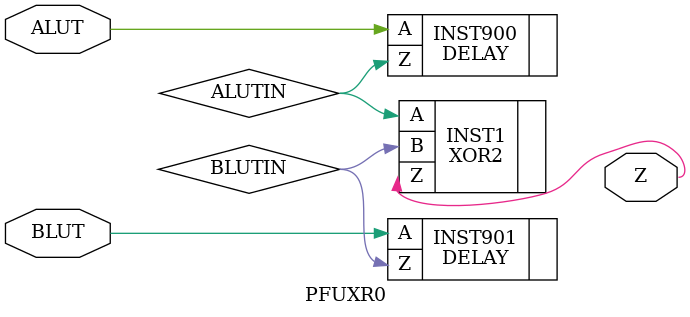
<source format=v>
`timescale 1 ns / 100 ps

/* Created by DB2VERILOG Version 1.2.0.3 on Thu Sep  8 14:32:17 1994 */
/* module compiled from "lsl2db 4.0.3" run */

module PFUXR0 (ALUT, BLUT, Z);
input  ALUT, BLUT;
output Z;
XOR2 INST1 (.A(ALUTIN), .B(BLUTIN), .Z(Z));
DELAY INST900 (.A(ALUT), .Z(ALUTIN));
DELAY INST901 (.A(BLUT), .Z(BLUTIN));

endmodule


</source>
